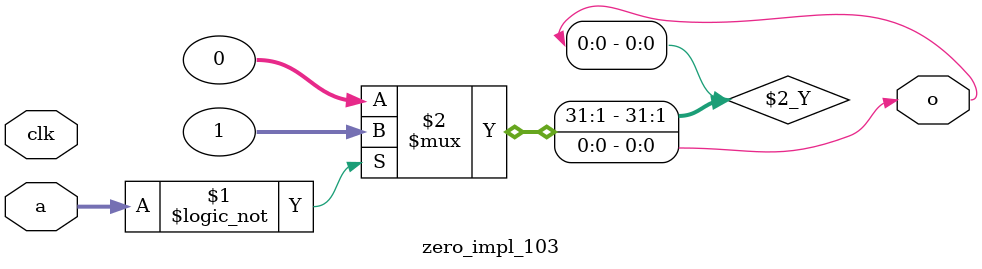
<source format=v>
`include "C_DIST_MEM_V1_0.v"

module GPR(clk,radr_A, radr_B, wadr, din, we, dout_A, dout_B);
   input         clk;
   input [4:0]         radr_A;
   input [4:0]         radr_B;
   input [4:0]         wadr;
   input [31:0]  din;
   input       we;
   output [31:0] dout_A;
   output [31:0] dout_B;
   wire [31:0]         ignoreme;
   wire [31:0]         ignoreme2;

   // instantiation of dualport RAMs
   gpr_ram gpr_ram1 (
                   .A(wadr),
                   .CLK(clk),
                   .D(din),
                   .WE(we),
                   .DPRA(radr_A),
                   .DPO(dout_A),
                   .SPO(ignoreme));
   gpr_ram gpr_ram2 (
                   .A(wadr),
                   .CLK(clk),
                   .D(din),
                   .WE(we),
                   .DPRA(radr_B),
                   .DPO(dout_B),
                   .SPO(ignoreme2));

endmodule // GPR

module data_ram(clk,adr, din, we, dout);
   input         clk;
   input [8:0]   adr;

   input [7:0]  din;
   input       we;
   output [7:0] dout;

   cache_data_ram data_ram1 (
			     .addra(adr),
			     .addrb(adr),
			     .clka(clk),
			     .clkb(~clk),
			     .dina(din),
			     .doutb(dout),
			     .wea(we));
   
endmodule // data_ram

module valid_ram(clk,adr, din, we, dout);
   input         clk;
   input [6:0]   adr;

   input 	 din;
   input 	 we;
   output 	 dout;

   cache_valid_ram valid_ram1 (
			       .addra(adr),
			       .addrb(adr),
			       .clka(clk),
			       .clkb(~clk),
			       .dina(din),
			       .doutb(dout),
			       .wea(we));

endmodule // valid_ram


module tag_ram(clk,adr, din, we, dout);
   input         clk;
   input [6:0]   adr;

   input [19:0]	 din;
   input 	 we;
   output [19:0] dout;

   cache_tag_ram tag_ram1 (
			   .addra(adr),
			   .addrb(adr),
			   .clka(clk),
			   .clkb(~clk),
			   .dina(din),
			   .doutb(dout),
			   .wea(we));

endmodule // tag_ram


module history_ram1(clk, radr, wadr, din, we, dout);
   input         clk;
   input [6:0]   radr;
   input [6:0] 	 wadr;   

   input [1:0]	 din;
   input 	 we;
   output [1:0]	 dout;

   cache_history_ram1 history_ram1 (
				    .addra(wadr),
				    .addrb(radr),
				    .clka(clk),
				    .clkb(~clk),
				    .dina(din),
				    .doutb(dout),
				    .wea(we));
   
endmodule // history_ram1

module history_ram2(clk, radr, wadr, din, we, dout);
   input         clk;
   input [6:0]   radr;
   input [6:0] 	 wadr;   

   input [7:0]	 din;
   input 	 we;
   output [7:0]	 dout;

   cache_history_ram2 history_ram2 (
				    .addra(wadr),
				    .addrb(radr),
				    .clka(clk),
				    .clkb(~clk),
				    .dina(din),
				    .doutb(dout),
				    .wea(we));
   
endmodule // history_ram2

module FPR_half(clk, radr_A, radr_B, wadr, din, we, dout_A, dout_B);
   input         clk;
   input [3:0]         radr_A;
   input [3:0]         radr_B;
   input [3:0]         wadr;
   input [31:0]  din;
   input       we;
   output [31:0] dout_A;
   output [31:0] dout_B;

   wire [31:0]         ignoreme;
   wire [31:0]         ignoreme2;

   // instatiation of dualport RAMs
   fprhalf_ram fprhalf_ram1 (
                           .A(wadr),
                           .CLK(clk),
                           .D(din),
                           .WE(we),
                           .DPRA(radr_A),
                           .DPO(dout_A),
                           .SPO(ignoreme));
   fprhalf_ram fprhalf_ram2 (
                           .A(wadr),
                           .CLK(clk),
                           .D(din),
                           .WE(we),
                           .DPRA(radr_B),
                           .DPO(dout_B),
                           .SPO(ignoreme2));
endmodule // FPR_half

module gpr_ram (
              A,
              CLK,
              D,
              WE,
              DPRA,
              DPO,
              SPO);

   input [4 : 0]   A;
   input         CLK;
   input [31 : 0]  D;
   input         WE;
   input [4 : 0]   DPRA;
   output [31 : 0] DPO;
   output [31 : 0] SPO;

   // synopsys translate_off

   C_DIST_MEM_V1_0 #(
                   5,
                   "0",
                   32,
                   1,
                   1,
                   1,
                   1,
                   1,
                   1,
                   0,
                   0,
                   0,
                   0,
                   0,
                   0,
                   0,
                   1,
                   0,
                   1,
                   "gpr_ram.mif",
                   1,
                   2,
                   0,
                   0,
                   1,
                   0,
                   0,
                   0,
                   0,
                   32)
   inst (
       .A(A),
       .CLK(CLK),
       .D(D),
       .WE(WE),
       .DPRA(DPRA),
       .DPO(DPO),
       .SPO(SPO));

   // synopsys translate_on

endmodule // gpr_ram

module fprhalf_ram (
                  A,
                  CLK,
                  D,
                  WE,
                  DPRA,
                  DPO,
                  SPO);

   input [3 : 0]   A;
   input         CLK;
   input [31 : 0]  D;
   input         WE;
   input [3 : 0]   DPRA;
   output [31 : 0] DPO;
   output [31 : 0] SPO;

   // synopsys translate_off

   C_DIST_MEM_V1_0 #(
                   4,
                   "0",
                   16,
                   1,
                   1,
                   1,
                   1,
                   1,
                   1,
                   0,
                   0,
                   0,
                   0,
                   0,
                   0,
                   0,
                   1,
                   0,
                   1,
                   "fprhalf_ram.mif",
                   1,
                   2,
                   0,
                   0,
                   1,
                   0,
                   0,
                   0,
                   0,
                   32)
   inst (
       .A(A),
       .CLK(CLK),
       .D(D),
       .WE(WE),
       .DPRA(DPRA),
       .DPO(DPO),
       .SPO(SPO));
   // synopsys translate_on
endmodule // fprhalf_ram


module mult_lin_30_30(clk,a_0x,a_1x,out_2x);
	input clk;
	input [29:0] a_0x;	// external name: a
	input [29:0] a_1x;	// external name: b
	output [59:0] out_2x;	// external name: out`

   assign 	      out_2x=a_0x * a_1x;
   
endmodule

module mult_lin_29_29(clk,a_0x,a_1x,out_2x);
	input clk;
	input [28:0] a_0x;	// external name: a
	input [28:0] a_1x;	// external name: b
	output [57:0] out_2x;	// external name: out`

   
   assign 	      out_2x=a_0x*a_1x;
   
endmodule

module basicadder_impl_29(clk,a_0x,a_1x,a_2x,out_3x);
	input clk;
	input [28:0] a_0x;	// external name: a
	input [28:0] a_1x;	// external name: b
	input a_2x;	// external name: cin
	output [29:0] out_3x;	// external name: out`

   assign 	      out_3x=a_0x+a_1x+a_2x;

endmodule // basicadder_impl_29

module basicadder_impl_58(clk,a_0x,a_1x,a_2x,out_3x);
	input clk;
	input [57:0] a_0x;	// external name: a
	input [57:0] a_1x;	// external name: b
	input a_2x;	// external name: cin
	output [58:0] out_3x;	// external name: out`

   assign out_3x=a_0x+a_1x+a_2x;
   
endmodule

module basicadder_impl_61(clk,a_0x,a_1x,a_2x,out_3x);
	input clk;
	input [60:0] a_0x;	// external name: a
	input [60:0] a_1x;	// external name: b
	input a_2x;	// external name: cin
	output [61:0] out_3x;	// external name: out`

   assign out_3x=a_0x+a_1x+a_2x;

endmodule // basicadder_implx_61

module basicadder_impl_118(clk,a_0x,a_1x,a_2x,out_3x);
	input clk;
	input [117:0] a_0x;	// external name: a
	input [117:0] a_1x;	// external name: b
	input a_2x;	// external name: cin
	output [118:0] out_3x;	// external name: out`

   assign 	       out_3x=a_0x+a_1x+a_2x;
endmodule // basicadder_implx_118

module basicadder_impl_117(clk,a_0x,a_1x,a_2x,out_3x);
	input clk;
	input [116:0] a_0x;	// external name: a
	input [116:0] a_1x;	// external name: b
	input a_2x;	// external name: cin
	output [117:0] out_3x;	// external name: out'
   
   assign 	       out_3x=a_0x+a_1x+a_2x;
endmodule // basicadder_impl_117

module carry_chain_impl_13(clk,a_0x,a_1x,a_2x,out_3x);
	input clk;
	input [12:0] a_0x;	// external name: a
	input [12:0] a_1x;	// external name: b
	input a_2x;	// external name: cin
	output [13:0] out_3x;	// external name: out'
   
   assign 	       out_3x=a_0x+a_1x+a_2x;
endmodule // carry_chain_impl_13

module carry_chain_impl_54(clk,a_0x,a_1x,a_2x,out_3x);
	input clk;
	input [53:0] a_0x;	// external name: a
	input [53:0] a_1x;	// external name: b
	input a_2x;	// external name: cin
	output [54:0] out_3x;	// external name: out'
   
   assign 	       out_3x=a_0x+a_1x+a_2x;
endmodule // carry_chain_impl_54

module carry_chain_impl_12(clk,a_0x,a_1x,a_2x,out_3x);
	input clk;
	input [11:0] a_0x;	// external name: a
	input [11:0] a_1x;	// external name: b
	input a_2x;	// external name: cin
	output [12:0] out_3x;	// external name: out'
   
   assign 	       out_3x=a_0x+a_1x+a_2x;
endmodule // carry_chain_impl_12

module carry_chain_impl_11(clk,a_0x,a_1x,a_2x,out_3x);
	input clk;
	input [10:0] a_0x;	// external name: a
	input [10:0] a_1x;	// external name: b
	input a_2x;	// external name: cin
	output [11:0] out_3x;	// external name: out'
   
   assign 	      out_3x=a_0x+a_1x+a_2x;
endmodule // carry_chain_impl_11

module incr_impl_53(clk,a_0x,a_1x,out_2x);
   input clk;
   input [52:0] a_0x;
   input 	a_1x;
   output [53:0] out_2x;

   assign 	 out_2x=(a_1x==1) ? a_0x+1:a_0x;
   
endmodule // incr_impl_55

module incr_impl_11(clk,a_0x,a_1x,out_2x);
   input clk;
   input [10:0] a_0x;
   input 	a_1x;
   output [11:0] out_2x;
   
   assign 	 out_2x=(a_1x==1) ? a_0x+1:a_0x;
   
endmodule // incr_impl_11

module incr_impl_8(clk,a_0x,a_1x,out_2x);
   input clk;
   input [7:0] a_0x;
   input       a_1x;
   output [8:0] out_2x;
   
   assign 	out_2x=(a_1x==1) ? a_0x+1:a_0x;
   
endmodule // incr_impl_8

module incr_impl_33(clk,a_0x,a_1x,out_2x);
   input clk;
   input [32:0] a_0x;
   input 	a_1x;
   output [33:0] out_2x;
   
   assign 	 out_2x=(a_1x==1) ? a_0x+1:a_0x;
   
endmodule // incr_impl_33

module incr_impl_31(clk,a_0x,a_1x,out_2x);
   input clk;
   input [30:0] a_0x;
   input 	a_1x;
   output [31:0] out_2x;

   assign 	 out_2x=(a_1x==1) ? a_0x+1:a_0x;
	 
endmodule // incr_impl_31

module incr_impl_55(clk,a_0x,a_1x,out_2x);
   input clk;
   input [54:0] a_0x;
   input 	a_1x;
   output [55:0] out_2x;

   assign 	 out_2x=(a_1x==1) ? a_0x+1:a_0x;
	 
endmodule // incr_impl_55

module incr_impl_57(clk,a_0x,a_1x,out_2x);
   input clk;
   input [56:0] a_0x;
   input 	a_1x;
   output [57:0] out_2x;

   assign 	 out_2x=(a_1x==1) ? a_0x+1:a_0x;
	 
endmodule // incr_impl_55

module or_tree_impl_5_5(clk,a,o);
   input clk;
   input [4:0] a;
   output      o;

   assign      o=|(a);
endmodule // or_tree_impl_5_5

module or_tree_impl_6_6(clk,a,o);
   input clk;
   input [5:0] a;
   output      o;

   assign      o=|(a);
endmodule // or_tree_impl_6_6

module or_tree_impl_7_7(clk,a,o);
   input clk;
   input [6:0] a;
   output      o;

   assign      o=|(a);
endmodule // or_tree_impl_7_7

module or_tree_impl_8_8(clk,a,o);
   input clk;
   input [7:0] a;
   output      o;

   assign      o=|(a);
endmodule // or_tree_impl_8_8

module or_tree_impl_9_9(clk,a,o);
   input clk;
   input [8:0] a;
   output      o;

   assign      o=|(a);
endmodule // or_tree_impl_9_9

module or_tree_impl_11_11(clk,a,o);
   input clk;
   input [10:0] a;
   output      o;

   assign      o=|(a);
endmodule // or_tree_impl_11_11

module or_tree_impl_13_13(clk,a,o);
   input clk;
   input [12:0] a;
   output      o;

   assign      o=|(a);
endmodule // or_tree_impl_13_13

module or_tree_impl_21_21(clk,a,o);
   input clk;
   input [20:0] a;
   output      o;

   assign      o=|(a);
endmodule // or_tree_impl_21_21

module or_tree_impl_32_32(clk,a,o);
   input clk;
   input [31:0] a;
   output      o;

   assign      o=|(a);
endmodule // or_tree_impl_32_32

module or_tree_impl_52_52(clk,a,o);
   input clk;
   input [51:0] a;
   output      o;

   assign      o=|(a);
endmodule // or_tree_impl_52_52

module or_tree_impl_53_53(clk,a,o);
   input clk;
   input [52:0] a;
   output      o;

   assign      o=|(a);
endmodule // or_tree_impl_53_53

module or_tree_impl_54_54(clk,a,o);
   input clk;
   input [53:0] a;
   output      o;

   assign      o=|(a);
endmodule // or_tree_impl_54_54

module or_tree_impl_55_55(clk,a,o);
   input clk;
   input [54:0] a;
   output      o;

   assign      o=|(a);
endmodule // or_tree_impl_55_55

module or_tree_impl_60_60(clk,a,o);
   input clk;
   input [59:0] a;
   output      o;

   assign      o=|(a);
endmodule // or_tree_impl_60_60

module or_tree_impl_63_63(clk,a,o);
   input clk;
   input [62:0] a;
   output      o;

   assign      o=|(a);
endmodule // or_tree_impl_63_63

module or_tree_impl_74_74(clk,a,o);
   input clk;
   input [73:0] a;
   output      o;

   assign      o=|(a);
endmodule // or_tree_impl_74_74

module or_tree_impl_103_103(clk,a,o);
   input clk;
   input [102:0] a;
   output      o;

   assign      o=|(a);
endmodule // or_tree_impl_103_103

module or_tree_impl_117_117(clk,a,o);
   input clk;
   input [116:0] a;
   output      o;

   assign      o=|(a);
endmodule // or_tree_impl_117_117

module equal_impl_5(clk,a,b,o);
   input clk;
   input [4:0] a;
   input [4:0] b;
   output      o;

   assign      o= (a==b) ? 1:0;
endmodule // equal_impl_5

module equal_impl_9(clk,a,b,o);
   input clk;
   input [8:0] a;
   input [8:0] b;
   output      o;

   assign      o= (a==b) ? 1:0;
endmodule // equal_impl_9

module equal_impl_11(clk,a,b,o);
   input clk;
   input [10:0] a;
   input [10:0] b;
   output      o;

   assign      o= (a==b) ? 1:0;
endmodule // equal_impl_11

module equal_impl_13(clk,a,b,o);
   input clk;
   input [12:0] a;
   input [12:0] b;
   output      o;

   assign      o= (a==b) ? 1:0;
endmodule // equal_impl_13

module equal_impl_53(clk,a,b,o);
   input clk;
   input [52:0] a;
   input [52:0] b;
   output      o;

   assign      o= (a==b) ? 1:0;
endmodule // equal_impl_53

module equal_impl_64(clk,a,b,o);
   input clk;
   input [63:0] a;
   input [63:0] b;
   output      o;

   assign      o= (a==b) ? 1:0;
endmodule // equal_impl_64

module zero_impl_7(clk,a,o);
   input clk;
   input [6:0] a;
   output      o;

   assign      o= (a==0) ? 1:0;
endmodule // zero_impl_7

module zero_impl_8(clk,a,o);
   input clk;
   input [7:0] a;
   output      o;

   assign      o= (a==0) ? 1:0;
endmodule // zero_impl_8

module zero_impl_11(clk,a,o);
   input clk;
   input [10:0] a;
   output      o;

   assign      o= (a==0) ? 1:0;
endmodule // zero_impl_11

module zero_impl_21(clk,a,o);
   input clk;
   input [20:0] a;
   output      o;

   assign      o= (a==0) ? 1:0;
endmodule // zero_impl_21

module zero_impl_32(clk,a,o);
   input clk;
   input [31:0] a;
   output      o;

   assign      o= (a==0) ? 1:0;
endmodule // zero_impl_32

module zero_impl_52(clk,a,o);
   input clk;
   input [51:0] a;
   output      o;

   assign      o= (a==0) ? 1:0;
endmodule // zero_impl_52

module zero_impl_54(clk,a,o);
   input clk;
   input [53:0] a;
   output      o;

   assign      o= (a==0) ? 1:0;
endmodule // zero_impl_54

module zero_impl_63(clk,a,o);
   input clk;
   input [62:0] a;
   output      o;

   assign      o= (a==0) ? 1:0;
endmodule // zero_impl_63

module zero_impl_74(clk,a,o);
   input clk;
   input [73:0] a;
   output 	o;
   
   assign 	o = (a==0) ? 1:0;
endmodule // zero_impl_74

module zero_impl_103(clk,a,o);
   input clk;
   input [102:0] a;
   output 	 o;
   
   assign 	 o = (a==0) ? 1:0;
endmodule // zero_impl_103
</source>
